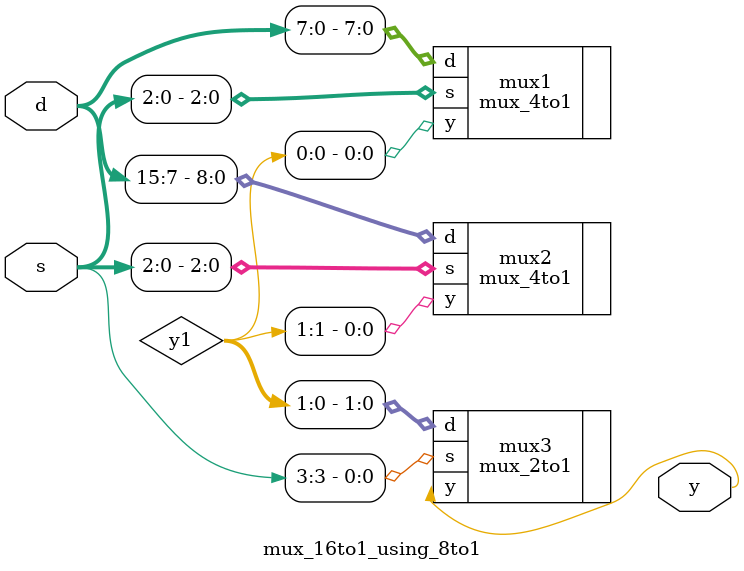
<source format=v>
`timescale 1ns / 1ps


module mux_16to1_using_8to1(
    input [15:0] d,
    input [3:0] s,
    output y
    );
    wire [3:0]y1;
    mux_4to1 mux1(.d(d[7:0]),.s(s[2:0]),.y(y1[0]));
    mux_4to1 mux2(.d(d[15:7]),.s(s[2:0]),.y(y1[1]));
    mux_2to1 mux3(.d(y1[1:0]),.s(s[3]),.y(y));
endmodule

</source>
